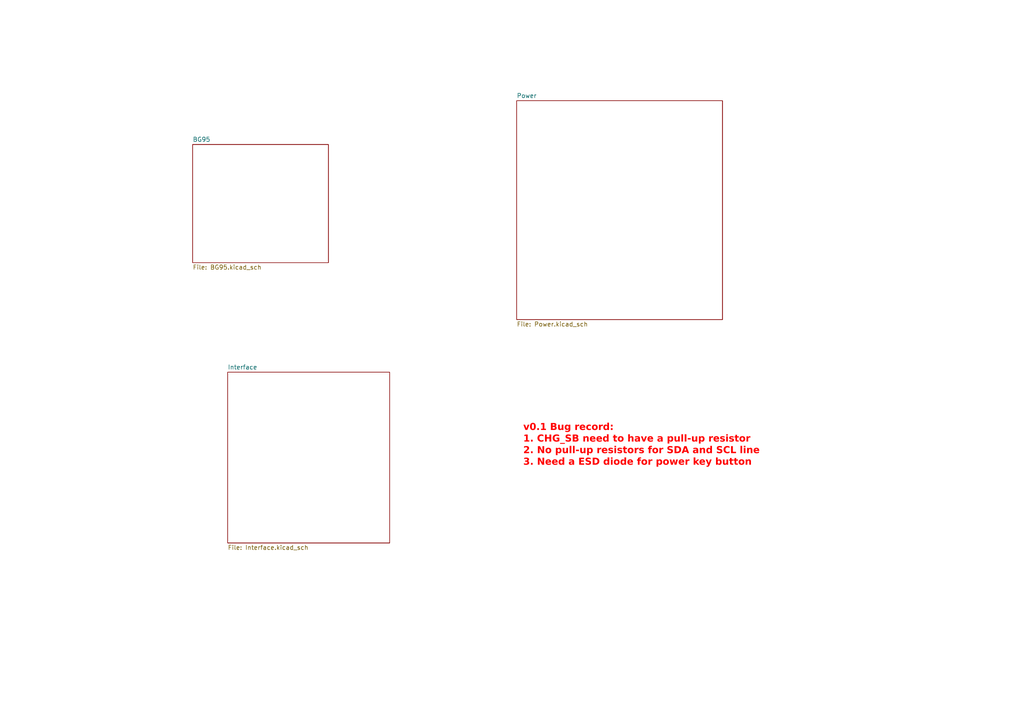
<source format=kicad_sch>
(kicad_sch (version 20230121) (generator eeschema)
  (paper "A4")
  (lib_symbols)
  (text "v0.1 Bug record:\n1. CHG_SB need to have a pull-up resistor \n2. No pull-up resistors for SDA and SCL line\n3. Need a ESD diode for power key button" (at 151.765 135.89 0) (effects (font (size 2 2) (thickness 0.4) bold) (justify left bottom)))
  (sheet (at 55.88 41.91) (size 39.37 34.29) (stroke (width 0.1524))
    (property "Sheetname" "BG95" (at 55.88 41.1984 0) (effects (justify left bottom)))
    (property "Sheetfile" "BG95.kicad_sch" (at 55.88 76.7846 0) (effects (justify left top)))
  )
  (sheet (at 149.86 29.21) (size 59.69 63.5) (stroke (width 0.1524))
    (property "Sheetname" "Power" (at 149.86 28.4984 0) (effects (justify left bottom)))
    (property "Sheetfile" "Power.kicad_sch" (at 149.86 93.2946 0) (effects (justify left top)))
  )
  (sheet (at 66.04 107.95) (size 46.99 49.53) (stroke (width 0.1524))
    (property "Sheetname" "Interface" (at 66.04 107.2384 0) (effects (justify left bottom)))
    (property "Sheetfile" "Interface.kicad_sch" (at 66.04 158.0646 0) (effects (justify left top)))
  )
)
</source>
